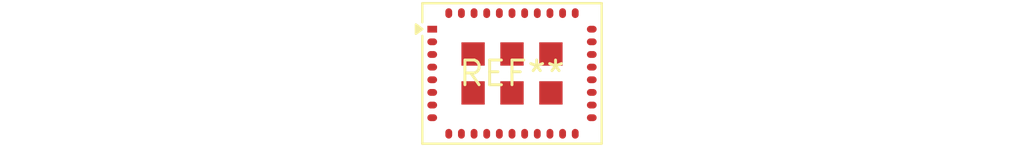
<source format=kicad_pcb>
(kicad_pcb (version 20240108) (generator pcbnew)
  (layers (0 "F.Cu" signal) (31 "B.Cu" signal) (34 "B.Paste" user) (35 "F.Paste" user) (36 "B.SilkS" user "B.Silkscreen") (37 "F.SilkS" user "F.Silkscreen") (38 "B.Mask" user) (39 "F.Mask" user) (44 "Edge.Cuts" user))
  (net 0 "")
  (footprint "OnSemi_SIP-38-6EP-9x7mm_P0.65mm_EP1.2x1.2mm" (layer "F.Cu") (at 0 0)
    (property "Reference" "REF**")
    (property "Value" "OnSemi_SIP-38-6EP-9x7mm_P0.65mm_EP1.2x1.2mm")
    (fp_line (start -4.61 -3.61) (end 4.61 -3.61) (layer "F.SilkS") (stroke (width 0.12)))
    (fp_line (start -4.61 -2.63) (end -4.61 -3.6) (layer "F.SilkS") (stroke (width 0.12)))
    (fp_line (start -4.61 3.61) (end -4.61 -1.93) (layer "F.SilkS") (stroke (width 0.12)))
    (fp_line (start 4.6 3.61) (end -4.61 3.61) (layer "F.SilkS") (stroke (width 0.12)))
    (fp_line (start 4.61 -3.61) (end 4.61 3.61) (layer "F.SilkS") (stroke (width 0.12)))
    (fp_poly (pts (xy -4.61 -2.28) (xy -4.94 -2.04) (xy -4.94 -2.52) (xy -4.61 -2.28)) (layer "F.SilkS") (stroke (width 0.12)) (fill solid))
    (pad "1" smd rect (at -4.1 -2.275) (size 0.5 0.35) (layers "F.Cu" "F.Paste" "F.Mask"))
    (pad "2" smd oval (at -4.1 -1.625) (size 0.501 0.351) (layers "F.Cu" "F.Paste" "F.Mask"))
    (pad "3" smd oval (at -4.1 -0.975) (size 0.501 0.351) (layers "F.Cu" "F.Paste" "F.Mask"))
    (pad "4" smd oval (at -4.1 -0.325) (size 0.501 0.351) (layers "F.Cu" "F.Paste" "F.Mask"))
    (pad "5" smd oval (at -4.1 0.325) (size 0.501 0.351) (layers "F.Cu" "F.Paste" "F.Mask"))
    (pad "6" smd oval (at -4.1 0.975) (size 0.501 0.351) (layers "F.Cu" "F.Paste" "F.Mask"))
    (pad "7" smd oval (at -4.1 1.625) (size 0.501 0.351) (layers "F.Cu" "F.Paste" "F.Mask"))
    (pad "8" smd oval (at -4.1 2.275) (size 0.501 0.351) (layers "F.Cu" "F.Paste" "F.Mask"))
    (pad "9" smd oval (at -3.25 3.1 90) (size 0.501 0.351) (layers "F.Cu" "F.Paste" "F.Mask"))
    (pad "10" smd oval (at -2.6 3.1 90) (size 0.501 0.351) (layers "F.Cu" "F.Paste" "F.Mask"))
    (pad "11" smd oval (at -1.95 3.1 90) (size 0.501 0.351) (layers "F.Cu" "F.Paste" "F.Mask"))
    (pad "12" smd oval (at -1.3 3.1 90) (size 0.501 0.351) (layers "F.Cu" "F.Paste" "F.Mask"))
    (pad "13" smd oval (at -0.65 3.1 90) (size 0.501 0.351) (layers "F.Cu" "F.Paste" "F.Mask"))
    (pad "14" smd oval (at 0 3.1 90) (size 0.501 0.351) (layers "F.Cu" "F.Paste" "F.Mask"))
    (pad "15" smd oval (at 0.65 3.1 90) (size 0.501 0.351) (layers "F.Cu" "F.Paste" "F.Mask"))
    (pad "16" smd oval (at 1.3 3.1 90) (size 0.501 0.351) (layers "F.Cu" "F.Paste" "F.Mask"))
    (pad "17" smd oval (at 1.95 3.1 90) (size 0.501 0.351) (layers "F.Cu" "F.Paste" "F.Mask"))
    (pad "18" smd oval (at 2.6 3.1 90) (size 0.501 0.351) (layers "F.Cu" "F.Paste" "F.Mask"))
    (pad "19" smd oval (at 3.25 3.1 90) (size 0.501 0.351) (layers "F.Cu" "F.Paste" "F.Mask"))
    (pad "20" smd oval (at 4.1 2.275) (size 0.501 0.351) (layers "F.Cu" "F.Paste" "F.Mask"))
    (pad "21" smd oval (at 4.1 1.625) (size 0.501 0.351) (layers "F.Cu" "F.Paste" "F.Mask"))
    (pad "22" smd oval (at 4.1 0.975) (size 0.501 0.351) (layers "F.Cu" "F.Paste" "F.Mask"))
    (pad "23" smd oval (at 4.1 0.325) (size 0.501 0.351) (layers "F.Cu" "F.Paste" "F.Mask"))
    (pad "24" smd oval (at 4.1 -0.325) (size 0.501 0.351) (layers "F.Cu" "F.Paste" "F.Mask"))
    (pad "25" smd oval (at 4.1 -0.975) (size 0.501 0.351) (layers "F.Cu" "F.Paste" "F.Mask"))
    (pad "26" smd oval (at 4.1 -1.625) (size 0.501 0.351) (layers "F.Cu" "F.Paste" "F.Mask"))
    (pad "27" smd oval (at 4.1 -2.275) (size 0.501 0.351) (layers "F.Cu" "F.Paste" "F.Mask"))
    (pad "28" smd oval (at 3.25 -3.1 90) (size 0.501 0.351) (layers "F.Cu" "F.Paste" "F.Mask"))
    (pad "29" smd oval (at 2.6 -3.1 90) (size 0.501 0.351) (layers "F.Cu" "F.Paste" "F.Mask"))
    (pad "30" smd oval (at 1.95 -3.1 90) (size 0.501 0.351) (layers "F.Cu" "F.Paste" "F.Mask"))
    (pad "31" smd oval (at 1.3 -3.1 90) (size 0.501 0.351) (layers "F.Cu" "F.Paste" "F.Mask"))
    (pad "32" smd oval (at 0.65 -3.1 90) (size 0.501 0.351) (layers "F.Cu" "F.Paste" "F.Mask"))
    (pad "33" smd oval (at 0 -3.1 90) (size 0.501 0.351) (layers "F.Cu" "F.Paste" "F.Mask"))
    (pad "34" smd oval (at -0.65 -3.1 90) (size 0.501 0.351) (layers "F.Cu" "F.Paste" "F.Mask"))
    (pad "35" smd oval (at -1.3 -3.1 90) (size 0.501 0.351) (layers "F.Cu" "F.Paste" "F.Mask"))
    (pad "36" smd oval (at -1.95 -3.1 90) (size 0.501 0.351) (layers "F.Cu" "F.Paste" "F.Mask"))
    (pad "37" smd oval (at -2.6 -3.1 90) (size 0.501 0.351) (layers "F.Cu" "F.Paste" "F.Mask"))
    (pad "38" smd oval (at -3.25 -3.1 90) (size 0.501 0.351) (layers "F.Cu" "F.Paste" "F.Mask"))
    (pad "39" smd rect (at -2 -1) (size 1.2 1.2) (layers "F.Cu" "F.Paste" "F.Mask"))
    (pad "40" smd rect (at -2 1) (size 1.2 1.2) (layers "F.Cu" "F.Paste" "F.Mask"))
    (pad "41" smd rect (at 0 1) (size 1.2 1.2) (layers "F.Cu" "F.Paste" "F.Mask"))
    (pad "42" smd rect (at 2 1) (size 1.2 1.2) (layers "F.Cu" "F.Paste" "F.Mask"))
    (pad "43" smd rect (at 2 -1) (size 1.2 1.2) (layers "F.Cu" "F.Paste" "F.Mask"))
    (pad "44" smd rect (at 0 -1) (size 1.2 1.2) (layers "F.Cu" "F.Paste" "F.Mask"))
  )
)
</source>
